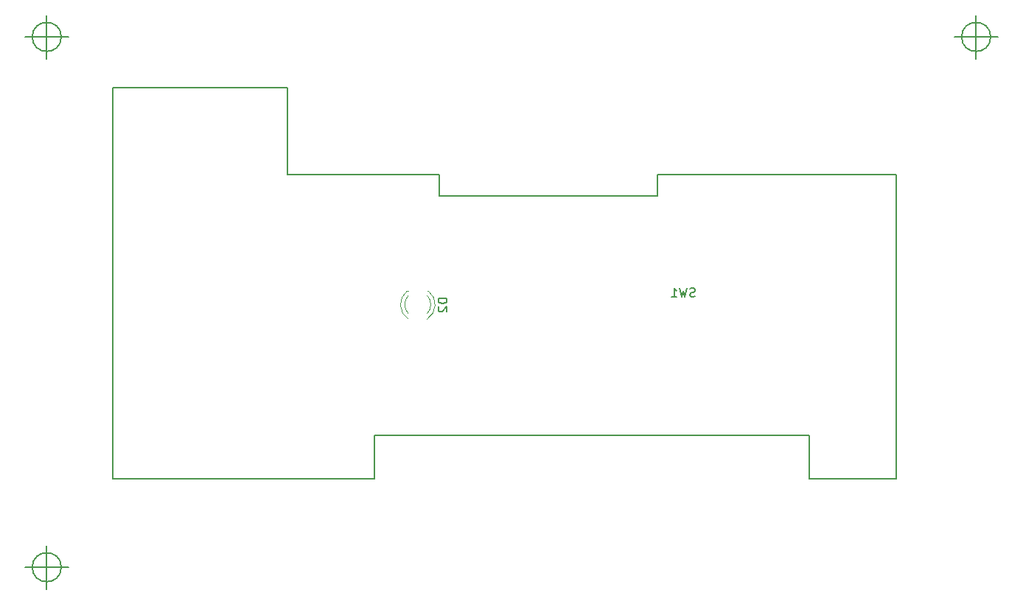
<source format=gbr>
G04 #@! TF.FileFunction,Legend,Bot*
%FSLAX46Y46*%
G04 Gerber Fmt 4.6, Leading zero omitted, Abs format (unit mm)*
G04 Created by KiCad (PCBNEW 4.0.7) date 12/18/17 16:59:21*
%MOMM*%
%LPD*%
G01*
G04 APERTURE LIST*
%ADD10C,0.100000*%
%ADD11C,0.150000*%
%ADD12C,0.120000*%
G04 APERTURE END LIST*
D10*
D11*
X100000000Y-115000000D02*
X100000000Y-70000000D01*
X130000000Y-115000000D02*
X100000000Y-115000000D01*
X94046666Y-125160000D02*
G75*
G03X94046666Y-125160000I-1666666J0D01*
G01*
X89880000Y-125160000D02*
X94880000Y-125160000D01*
X92380000Y-122660000D02*
X92380000Y-127660000D01*
X200806666Y-64200000D02*
G75*
G03X200806666Y-64200000I-1666666J0D01*
G01*
X196640000Y-64200000D02*
X201640000Y-64200000D01*
X199140000Y-61700000D02*
X199140000Y-66700000D01*
X94046666Y-64200000D02*
G75*
G03X94046666Y-64200000I-1666666J0D01*
G01*
X89880000Y-64200000D02*
X94880000Y-64200000D01*
X92380000Y-61700000D02*
X92380000Y-66700000D01*
X120000000Y-70000000D02*
X100000000Y-70000000D01*
X120000000Y-80000000D02*
X120000000Y-70000000D01*
X137500000Y-80000000D02*
X120000000Y-80000000D01*
X137500000Y-82500000D02*
X137500000Y-80000000D01*
X162500000Y-82500000D02*
X137500000Y-82500000D01*
X162500000Y-80000000D02*
X162500000Y-82500000D01*
X165000000Y-80000000D02*
X162500000Y-80000000D01*
X190000000Y-80000000D02*
X165000000Y-80000000D01*
X190000000Y-115000000D02*
X190000000Y-80000000D01*
X180000000Y-115000000D02*
X190000000Y-115000000D01*
X180000000Y-110000000D02*
X180000000Y-115000000D01*
X130000000Y-110000000D02*
X180000000Y-110000000D01*
X130000000Y-115000000D02*
X130000000Y-110000000D01*
D12*
X133921392Y-96642335D02*
G75*
G02X133764484Y-93410000I1078608J1672335D01*
G01*
X136078608Y-96642335D02*
G75*
G03X136235516Y-93410000I-1078608J1672335D01*
G01*
X133920163Y-96011130D02*
G75*
G02X133920000Y-93929039I1079837J1041130D01*
G01*
X136079837Y-96011130D02*
G75*
G03X136080000Y-93929039I-1079837J1041130D01*
G01*
X133764000Y-93410000D02*
X133920000Y-93410000D01*
X136080000Y-93410000D02*
X136236000Y-93410000D01*
D11*
X166833333Y-94034762D02*
X166690476Y-94082381D01*
X166452380Y-94082381D01*
X166357142Y-94034762D01*
X166309523Y-93987143D01*
X166261904Y-93891905D01*
X166261904Y-93796667D01*
X166309523Y-93701429D01*
X166357142Y-93653810D01*
X166452380Y-93606190D01*
X166642857Y-93558571D01*
X166738095Y-93510952D01*
X166785714Y-93463333D01*
X166833333Y-93368095D01*
X166833333Y-93272857D01*
X166785714Y-93177619D01*
X166738095Y-93130000D01*
X166642857Y-93082381D01*
X166404761Y-93082381D01*
X166261904Y-93130000D01*
X165928571Y-93082381D02*
X165690476Y-94082381D01*
X165499999Y-93368095D01*
X165309523Y-94082381D01*
X165071428Y-93082381D01*
X164166666Y-94082381D02*
X164738095Y-94082381D01*
X164452381Y-94082381D02*
X164452381Y-93082381D01*
X164547619Y-93225238D01*
X164642857Y-93320476D01*
X164738095Y-93368095D01*
X138352381Y-94261905D02*
X137352381Y-94261905D01*
X137352381Y-94500000D01*
X137400000Y-94642858D01*
X137495238Y-94738096D01*
X137590476Y-94785715D01*
X137780952Y-94833334D01*
X137923810Y-94833334D01*
X138114286Y-94785715D01*
X138209524Y-94738096D01*
X138304762Y-94642858D01*
X138352381Y-94500000D01*
X138352381Y-94261905D01*
X137447619Y-95214286D02*
X137400000Y-95261905D01*
X137352381Y-95357143D01*
X137352381Y-95595239D01*
X137400000Y-95690477D01*
X137447619Y-95738096D01*
X137542857Y-95785715D01*
X137638095Y-95785715D01*
X137780952Y-95738096D01*
X138352381Y-95166667D01*
X138352381Y-95785715D01*
M02*

</source>
